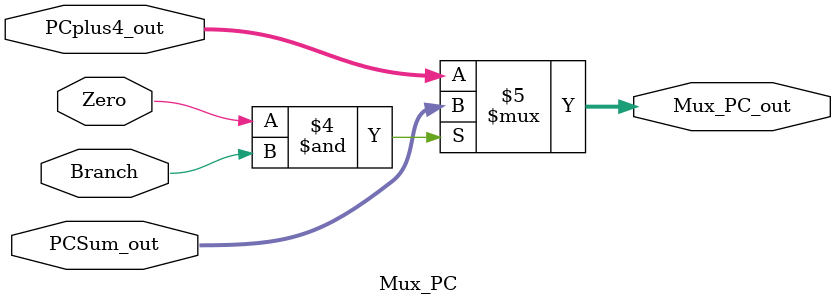
<source format=v>


module Instruction_Memory(
    input clk, reset,
    input [31:0] read_address, // doc dia chi cau lenh tu PC
    output [31:0]  Instruction_out // ma lenh dau ra
);
    reg [31:0] Imemory [63:0]; // 64 thanh ghi chua lenh , moi lenh 32bit
    integer k;
    assign Instruction_out=Imemory[read_address];
    always @( posedge clk or negedge reset ) begin
        if(! reset==1) begin
            for(k=0; k<64; k=k+1) begin 
                Imemory[k]<=32'h0;
            end
        end
    end
endmodule
////////////////////////////// Program Counter Block //////////////////////
module PC (
input clk, reset,
input [31:0] Mux_PC_out,
output reg [31:0] PC_out
);
    always @(posedge clk or negedge reset) begin
        if(!reset==1) 
            PC_out <=32'h0;
        else 
            PC_out <= Mux_PC_out;
    end
endmodule

////////////////////////////// PC Adder //////////////////////
module PCplus4(
    input [31:0] PCplus4_in, //PC_out
    output [31:0] PCplus4_out
);
    assign PCplus4_out= PCplus4_in + 32'h00000004;
endmodule

////////////////////////////// Register File //////////////////////
module Register_File (
    input clk, reset, RegWrite, // RegWrite cho phep ghi vao thanh ghi
    input [31:0] Instruction_in,
    //input [4:0] rs_1, rs_2, rd ; // rs1 =19-15, rs2=24-20 , rd=11-7;
    input [31:0] Write_data, // data ghi vao thanh ghi
    output [31:0] Read_data1,Read_data2
);
    wire [4:0] rs_1, rs_2, rd ;
    assign rs_1 =Instruction_in[19:15];
    assign rs_2 =Instruction_in[24:20];
    assign rd =Instruction_in[11:7];


    reg [31:0] Registers [31:0]; // 32 thanh ghi 32 bit
    integer k;
    always @(posedge clk or negedge reset) begin
        if(!reset==1) begin
            for(k=0;k<32;k=k+1) Registers[k]=32'h0;
        end
        else if (RegWrite==1'b1) Registers[rd]=Write_data;
    end
    assign Read_data1= Registers[rs_1];
    assign Read_data2 =Registers[rs_2];

endmodule   
////////////////////////////// immediate generator //////////////////////
// tao gia tri immidiate tu 12bit thanh 32bit
module Immediate_Generator (
    input [6:0] Opcode, 
    input [31:0] instruction,  
    output reg [31:0] ImmExt // imm 32bit
);
    always @(Opcode or instruction) begin
        case (Opcode)
            7'b0010011: ImmExt= {{20{instruction[31]}}, instruction[31:20]}; // I instruction
            7'b0100011: ImmExt= {{20{instruction[31]}}, instruction[31:25], instruction[11:7]}; // S instruction
            7'b1100011: ImmExt= {{20{instruction[31]}},instruction[31], instruction[7], instruction[30:25],instruction[11:8]}; // B instruction
            default:  ImmExt= {{20{instruction[31]}},instruction[31:20]}; //  instruction
        endcase
    end
endmodule 

////////////////////////////// Control_Unit //////////////////////
module Control_Unit (
    input [31:0] Instruction, 
    //input [6:0] Opcode,
    output reg Branch, MemRead, MemtoReg, MemWrite, ALUSrc, RegWrite,
    output reg [1:0] ALUOp
);
wire [6:0] Opcode;
assign Opcode = Instruction[6:0];
 always@(*)
    begin
        case (Opcode)
        7'b0110011: begin // R-type instr
        ALUSrc<=0; MemtoReg<=0;RegWrite<=1; MemRead<=0; MemWrite<=0;Branch<=0; 
        ALUOp<=2'b10;
        end
        7'b0000011: begin // Load Instruction LW
        ALUSrc<=1; MemtoReg<=1;RegWrite<=1; MemRead<=1; MemWrite<=0;Branch<=0; 
        ALUOp<=2'b00;
        end
        7'b0100011: begin // store Instr SW MetoReg<=X
        ALUSrc<=1; MemtoReg<=1;RegWrite<=0; MemRead<=0; MemWrite<=1;Branch<=0; 
        ALUOp<=2'b00;    
        end
        7'b0000011: begin // B-type MetoReg<=X
        ALUSrc<=0; MemtoReg<=0;RegWrite<=0; MemRead<=0; MemWrite<=1;Branch<=1; 
        ALUOp<=2'b01;    
        end
        default: begin // same R-type instr
        ALUSrc<=0; MemtoReg<=0;RegWrite<=1; MemRead<=0; MemWrite<=0;Branch<=0; 
        ALUOp<=2'b10;
        end
        endcase
    end
endmodule
////////////////////////////// ALU //////////////////////

module ALU(
    input [31:0] Read_data1, ALU_in2, // ALU_in2<= Mux_Register_out
    input [3:0] ALUControl,
    output reg Zero,
    output reg [31:0] ALUResult
);
    always @(ALUControl or Read_data1 or ALU_in2 )
    begin
        case (ALUControl)
        4'b0000: begin Zero<=0; ALUResult<= Read_data1&ALU_in2; end
        4'b0001: begin Zero<=0; ALUResult<= Read_data1||ALU_in2; end
        4'b0010: begin Zero<=0; ALUResult<= Read_data1 + ALU_in2; end
        4'b0110: begin if(Read_data1==ALU_in2) Zero<=1;  
                        else  Zero<=0;
                        ALUResult<= Read_data1-ALU_in2; end
        default:  begin Zero<=0; ALUResult<= Read_data1&ALU_in2; end
        endcase
    end
endmodule
///////////////////////////// ALU-control //////////////////////

module ALU_Control(
    input [1:0] ALUOp,
    input [31:0] Instruction,
    //input [6:0]func7,
    //input func7,
    //input [2:0] func3,
    output reg [3:0] ALUControl
);
    wire func7;
    wire[2:0] func3;
    assign func7=Instruction[30];
    assign func3=Instruction[14:12];
    
    always @(ALUOp or func7 or func3 )
    begin
        case ({ALUOp,func7,func3})
        6'b000000: begin ALUControl<=4'b0010; end 
        6'b010000: begin ALUControl<=4'b0110; end
        6'b100000: begin ALUControl<=4'b0010; end
        6'b101000: begin ALUControl<=4'b0110; end
        6'b100111: begin ALUControl<=4'b0000; end
        6'b100110: begin ALUControl<=4'b0001; end

        default  : begin ALUControl<=4'b0001; end
        endcase
    end
endmodule
///////////////////////////// Data_memory //////////////////////
module Data_memory(
    input clk, reset,
    input [31:0] Address, // dia chi cua o nho
    input [31:0] Write_data, // du lieu ghi vao ney co
    input [31:0] MemWrite,MemRead,   // cho phep ghi/doc vao thanh ghi hay khong
    output [31:0] Read_data // ma lenh dau ra
    

);
    reg [31:0] Dmemory [63:0]; // 64 thanh ghi chua du lieu , moi o nho 32bit
    
    assign Read_data= (MemRead)?  Dmemory[Address]: 32'b0;


    integer k;
    always @( posedge clk or negedge reset ) begin
        if(! reset==1) begin
            for(k=0; k<64; k=k+1) begin 
                Dmemory[k]<=32'h0;
            end
        end
        else begin
            if(MemWrite==1)   Dmemory[Address]<= Write_data;
            //else Read_data<= Dmemory[Address];
        
        end
    end
endmodule
///////////////////////////// Mux-block- datamemory //////////////////////
module Mux_Memory(
    input [31:0] Read_data,
    input [31:0] ALUResult,
    input MemtoReg,
    output [31:0] Mux_Memory_out
);
    assign Mux_Memory_out= (MemtoReg)? Read_data: ALUResult;
endmodule
///////////////////////////// Mux-block- Register //////////////////////
module Mux_Register(
    input [31:0] Read_data2,
    input [31:0] ImmExt,
    input ALUSrc,
    output [31:0] Mux_Register_out
);
    assign Mux_Register_out= (ALUSrc)? ImmExt: Read_data2;
endmodule
///////////////////////////// Add- PC //////////////////////
module Add_PC(
    input [31:0] PC_out,
    input [31:0] ImmExt,
    output [31:0] PCSum_out
);
    assign PCSum_out= PC_out+ImmExt;
endmodule
///////////////////////////// Mux-block- PC //////////////////////
module Mux_PC(
    input [31:0] PCplus4_out,
    input [31:0] PCSum_out,
    input Zero,
    input Branch,
    output [31:0] Mux_PC_out
);
    assign Mux_PC_out= (Zero&Branch)? PCSum_out: PCplus4_out;
endmodule


</source>
